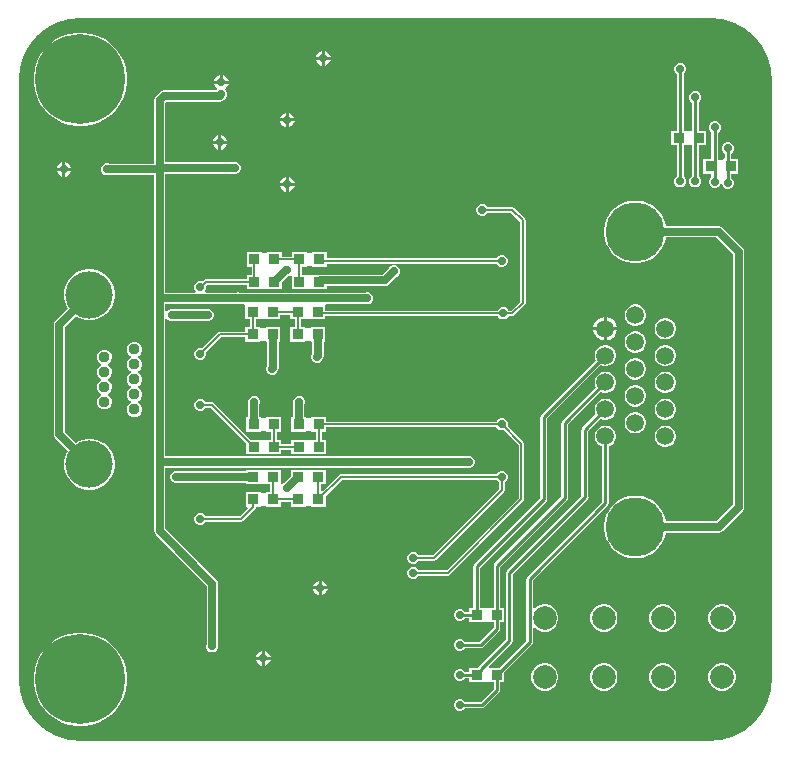
<source format=gbl>
G04*
G04 #@! TF.GenerationSoftware,Altium Limited,Altium Designer,22.9.1 (49)*
G04*
G04 Layer_Physical_Order=2*
G04 Layer_Color=16711680*
%FSLAX25Y25*%
%MOIN*%
G70*
G04*
G04 #@! TF.SameCoordinates,30CEAF04-E3BD-4145-9B8D-8DB9266C66AB*
G04*
G04*
G04 #@! TF.FilePolarity,Positive*
G04*
G01*
G75*
%ADD12C,0.01000*%
%ADD31R,0.03740X0.03740*%
%ADD38C,0.00600*%
%ADD40C,0.02500*%
%ADD41C,0.05906*%
%ADD42C,0.19685*%
%ADD43C,0.03740*%
%ADD44C,0.15748*%
%ADD45C,0.07874*%
%ADD46C,0.30000*%
%ADD47C,0.03000*%
%ADD48C,0.02800*%
G36*
X333910Y239658D02*
X336443Y238979D01*
X338865Y237976D01*
X341135Y236665D01*
X343215Y235069D01*
X345069Y233215D01*
X346665Y231135D01*
X347976Y228865D01*
X348979Y226443D01*
X349658Y223910D01*
X350000Y221311D01*
X350000Y220000D01*
X350000Y220000D01*
X350000Y220000D01*
X350000Y20000D01*
X350000Y18689D01*
X349658Y16090D01*
X348979Y13557D01*
X347976Y11135D01*
X346665Y8865D01*
X345069Y6785D01*
X343215Y4931D01*
X341135Y3335D01*
X338865Y2024D01*
X336442Y1021D01*
X333910Y342D01*
X331311Y0D01*
X118689D01*
X116090Y342D01*
X113557Y1021D01*
X111135Y2024D01*
X108865Y3335D01*
X106785Y4931D01*
X104931Y6785D01*
X103335Y8865D01*
X102024Y11135D01*
X101021Y13557D01*
X100342Y16090D01*
X100000Y18689D01*
Y20000D01*
X100000Y20000D01*
X100000Y220000D01*
X100000Y221311D01*
X100342Y223910D01*
X101021Y226443D01*
X102024Y228865D01*
X103335Y231135D01*
X104931Y233215D01*
X106785Y235069D01*
X108865Y236665D01*
X111135Y237976D01*
X113557Y238979D01*
X116090Y239658D01*
X118689Y240000D01*
X120000Y240000D01*
X120000Y240000D01*
X330000Y240000D01*
X331311Y240000D01*
X333910Y239658D01*
D02*
G37*
%LPC*%
G36*
X201500Y229391D02*
Y227500D01*
X203391D01*
X203035Y228360D01*
X202360Y229035D01*
X201500Y229391D01*
D02*
G37*
G36*
X200500D02*
X199641Y229035D01*
X198965Y228360D01*
X198609Y227500D01*
X200500D01*
Y229391D01*
D02*
G37*
G36*
X203391Y226500D02*
X201500D01*
Y224609D01*
X202360Y224965D01*
X203035Y225641D01*
X203391Y226500D01*
D02*
G37*
G36*
X200500D02*
X198609D01*
X198965Y225641D01*
X199641Y224965D01*
X200500Y224609D01*
Y226500D01*
D02*
G37*
G36*
X167500Y221391D02*
Y219500D01*
X169391D01*
X169035Y220359D01*
X168359Y221035D01*
X167500Y221391D01*
D02*
G37*
G36*
X166500D02*
X165640Y221035D01*
X164965Y220359D01*
X164609Y219500D01*
X166500D01*
Y221391D01*
D02*
G37*
G36*
X189500Y208891D02*
Y207000D01*
X191391D01*
X191035Y207859D01*
X190359Y208535D01*
X189500Y208891D01*
D02*
G37*
G36*
X188500D02*
X187641Y208535D01*
X186965Y207859D01*
X186609Y207000D01*
X188500D01*
Y208891D01*
D02*
G37*
G36*
X121228Y235600D02*
X118772D01*
X116347Y235216D01*
X114012Y234457D01*
X111824Y233342D01*
X109837Y231899D01*
X108101Y230163D01*
X106658Y228176D01*
X105543Y225988D01*
X104784Y223653D01*
X104400Y221228D01*
Y218772D01*
X104784Y216347D01*
X105543Y214012D01*
X106658Y211824D01*
X108101Y209837D01*
X109837Y208101D01*
X111824Y206658D01*
X114012Y205543D01*
X116347Y204784D01*
X118772Y204400D01*
X121228D01*
X123653Y204784D01*
X125988Y205543D01*
X128176Y206658D01*
X130163Y208101D01*
X131899Y209837D01*
X133342Y211824D01*
X134457Y214012D01*
X135216Y216347D01*
X135600Y218772D01*
Y221228D01*
X135216Y223653D01*
X134457Y225988D01*
X133342Y228176D01*
X131899Y230163D01*
X130163Y231899D01*
X128176Y233342D01*
X125988Y234457D01*
X123653Y235216D01*
X121228Y235600D01*
D02*
G37*
G36*
X191391Y206000D02*
X189500D01*
Y204109D01*
X190359Y204465D01*
X191035Y205140D01*
X191391Y206000D01*
D02*
G37*
G36*
X188500D02*
X186609D01*
X186965Y205140D01*
X187641Y204465D01*
X188500Y204109D01*
Y206000D01*
D02*
G37*
G36*
X167000Y201391D02*
Y199500D01*
X168891D01*
X168535Y200360D01*
X167859Y201035D01*
X167000Y201391D01*
D02*
G37*
G36*
X166000D02*
X165140Y201035D01*
X164465Y200360D01*
X164109Y199500D01*
X166000D01*
Y201391D01*
D02*
G37*
G36*
X168891Y198500D02*
X167000D01*
Y196609D01*
X167859Y196965D01*
X168535Y197641D01*
X168891Y198500D01*
D02*
G37*
G36*
X166000D02*
X164109D01*
X164465Y197641D01*
X165140Y196965D01*
X166000Y196609D01*
Y198500D01*
D02*
G37*
G36*
X169391Y218500D02*
X164609D01*
X164965Y217640D01*
X165562Y217044D01*
X165640Y216955D01*
X165609Y216437D01*
X165558Y216386D01*
X147965D01*
X147243Y216243D01*
X146631Y215834D01*
X145166Y214369D01*
X144757Y213757D01*
X144614Y213035D01*
Y191886D01*
X129673D01*
X129398Y192000D01*
X128602D01*
X127867Y191695D01*
X127304Y191133D01*
X127000Y190398D01*
Y189602D01*
X127304Y188867D01*
X127867Y188304D01*
X128602Y188000D01*
X129398D01*
X129673Y188114D01*
X144614D01*
Y147000D01*
Y92500D01*
Y69419D01*
X144757Y68697D01*
X145166Y68085D01*
X162114Y51138D01*
Y31672D01*
X162000Y31398D01*
Y30602D01*
X162304Y29867D01*
X162867Y29305D01*
X163602Y29000D01*
X164398D01*
X165133Y29305D01*
X165696Y29867D01*
X166000Y30602D01*
Y31398D01*
X165886Y31672D01*
Y51246D01*
X166000Y51521D01*
Y52317D01*
X165696Y53052D01*
X165133Y53614D01*
X164858Y53728D01*
X148386Y70200D01*
Y90614D01*
X207328D01*
X207602Y90500D01*
X208398D01*
X208672Y90614D01*
X248828D01*
X249102Y90500D01*
X249898D01*
X250633Y90804D01*
X251196Y91367D01*
X251500Y92102D01*
Y92898D01*
X251196Y93633D01*
X250633Y94195D01*
X249898Y94500D01*
X249102D01*
X248828Y94386D01*
X208672D01*
X208398Y94500D01*
X207602D01*
X207328Y94386D01*
X148386D01*
Y140132D01*
X148500Y140196D01*
X148886Y140285D01*
X149367Y139804D01*
X150102Y139500D01*
X150898D01*
X151172Y139614D01*
X161828D01*
X162102Y139500D01*
X162898D01*
X163633Y139804D01*
X164196Y140367D01*
X164500Y141102D01*
Y141898D01*
X164196Y142633D01*
X163633Y143195D01*
X162898Y143500D01*
X162102D01*
X161828Y143386D01*
X151172D01*
X150898Y143500D01*
X150102D01*
X149367Y143195D01*
X148886Y142715D01*
X148500Y142804D01*
X148386Y142868D01*
Y145114D01*
X171827D01*
X172102Y145000D01*
X172898D01*
X173172Y145114D01*
X174589D01*
X175030Y144970D01*
X175030Y144614D01*
Y140030D01*
X176582D01*
Y137470D01*
X175030D01*
Y135918D01*
X166500D01*
X166149Y135848D01*
X165851Y135649D01*
X160613Y130411D01*
X160398Y130500D01*
X159602D01*
X158867Y130195D01*
X158305Y129633D01*
X158000Y128898D01*
Y128102D01*
X158305Y127367D01*
X158867Y126804D01*
X159602Y126500D01*
X160398D01*
X161133Y126804D01*
X161696Y127367D01*
X162000Y128102D01*
Y128898D01*
X161911Y129113D01*
X166880Y134082D01*
X175030D01*
Y132530D01*
X179970D01*
Y132716D01*
X180059Y132776D01*
X181634D01*
X181723Y132716D01*
Y132530D01*
X182307D01*
Y124635D01*
X182305Y124633D01*
X182000Y123898D01*
Y123102D01*
X182305Y122367D01*
X182867Y121804D01*
X183602Y121500D01*
X184398D01*
X185133Y121804D01*
X185696Y122367D01*
X186000Y123102D01*
Y123376D01*
X186079Y123774D01*
Y132530D01*
X186663D01*
Y137470D01*
X181723D01*
Y137284D01*
X181634Y137224D01*
X180059D01*
X179970Y137284D01*
Y137470D01*
X178418D01*
Y140030D01*
X179970D01*
Y140216D01*
X180059Y140276D01*
X181634D01*
X181723Y140216D01*
Y140030D01*
X186663D01*
Y141582D01*
X190030D01*
Y140030D01*
X191582D01*
Y137470D01*
X190030D01*
Y132530D01*
X194970D01*
Y132716D01*
X195059Y132776D01*
X196634D01*
X196723Y132716D01*
Y132530D01*
X197307D01*
Y128635D01*
X197304Y128633D01*
X197000Y127898D01*
Y127102D01*
X197304Y126367D01*
X197867Y125804D01*
X198602Y125500D01*
X199398D01*
X200133Y125804D01*
X200695Y126367D01*
X201000Y127102D01*
Y127376D01*
X201079Y127774D01*
Y132530D01*
X201663D01*
Y137470D01*
X196723D01*
Y137284D01*
X196634Y137224D01*
X195059D01*
X194970Y137284D01*
Y137470D01*
X193418D01*
Y140030D01*
X194970D01*
Y140216D01*
X195059Y140276D01*
X196634D01*
X196723Y140216D01*
Y140030D01*
X201663D01*
Y141082D01*
X259215D01*
X259304Y140867D01*
X259867Y140305D01*
X260602Y140000D01*
X261398D01*
X262133Y140305D01*
X262696Y140867D01*
X262785Y141082D01*
X264000D01*
X264351Y141152D01*
X264649Y141351D01*
X268149Y144851D01*
X268348Y145149D01*
X268418Y145500D01*
Y173000D01*
X268348Y173351D01*
X268149Y173649D01*
X264649Y177149D01*
X264351Y177348D01*
X264000Y177418D01*
X255785D01*
X255696Y177633D01*
X255133Y178196D01*
X254398Y178500D01*
X253602D01*
X252867Y178196D01*
X252305Y177633D01*
X252000Y176898D01*
Y176102D01*
X252305Y175367D01*
X252867Y174804D01*
X253602Y174500D01*
X254398D01*
X255133Y174804D01*
X255696Y175367D01*
X255785Y175582D01*
X263620D01*
X266582Y172620D01*
Y145880D01*
X263620Y142918D01*
X262785D01*
X262696Y143133D01*
X262133Y143695D01*
X261398Y144000D01*
X260602D01*
X259867Y143695D01*
X259304Y143133D01*
X259215Y142918D01*
X201663D01*
X201663Y144970D01*
X202103Y145114D01*
X214827D01*
X215102Y145000D01*
X215898D01*
X216633Y145305D01*
X217196Y145867D01*
X217500Y146602D01*
Y147398D01*
X217196Y148133D01*
X216633Y148696D01*
X215898Y149000D01*
X215102D01*
X214827Y148886D01*
X173172D01*
X172898Y149000D01*
X172102D01*
X171827Y148886D01*
X161772D01*
X161565Y149386D01*
X161696Y149517D01*
X162000Y150252D01*
Y151048D01*
X161935Y151205D01*
X162245Y151582D01*
X175530D01*
Y150030D01*
X180470D01*
Y150216D01*
X180559Y150276D01*
X182134D01*
X182223Y150216D01*
Y150030D01*
X187163D01*
Y152303D01*
X189360Y154500D01*
X189398D01*
X190030Y154762D01*
X190378Y154613D01*
X190530Y154494D01*
Y150030D01*
X195470D01*
Y150216D01*
X195559Y150276D01*
X197134D01*
X197223Y150216D01*
Y150030D01*
X202163D01*
Y151114D01*
X221500D01*
X222222Y151257D01*
X222834Y151666D01*
X225358Y154191D01*
X225633Y154305D01*
X226196Y154867D01*
X226500Y155602D01*
Y156398D01*
X226196Y157133D01*
X225633Y157695D01*
X224898Y158000D01*
X224102D01*
X223367Y157695D01*
X222804Y157133D01*
X222691Y156858D01*
X220719Y154886D01*
X202163D01*
Y154970D01*
X197223D01*
Y154784D01*
X197134Y154724D01*
X195559D01*
X195470Y154784D01*
Y154970D01*
X193918D01*
Y157530D01*
X195470D01*
Y157716D01*
X195559Y157776D01*
X197134D01*
X197223Y157716D01*
Y157530D01*
X202163D01*
Y158582D01*
X258715D01*
X258804Y158367D01*
X259367Y157805D01*
X260102Y157500D01*
X260898D01*
X261633Y157805D01*
X262195Y158367D01*
X262500Y159102D01*
Y159898D01*
X262195Y160633D01*
X261633Y161196D01*
X260898Y161500D01*
X260102D01*
X259367Y161196D01*
X258804Y160633D01*
X258715Y160418D01*
X202163D01*
Y162470D01*
X197223D01*
Y162284D01*
X197134Y162224D01*
X195559D01*
X195470Y162284D01*
Y162470D01*
X190530D01*
Y160918D01*
X187163D01*
Y162470D01*
X182223D01*
Y162284D01*
X182134Y162224D01*
X180559D01*
X180470Y162284D01*
Y162470D01*
X175530D01*
Y157530D01*
X177082D01*
Y154970D01*
X175530D01*
Y153418D01*
X161850D01*
X161499Y153348D01*
X161201Y153149D01*
X160613Y152561D01*
X160398Y152650D01*
X159602D01*
X158867Y152346D01*
X158305Y151783D01*
X158000Y151048D01*
Y150252D01*
X158305Y149517D01*
X158435Y149386D01*
X158228Y148886D01*
X148386D01*
Y188614D01*
X170827D01*
X171102Y188500D01*
X171898D01*
X172633Y188804D01*
X173196Y189367D01*
X173500Y190102D01*
Y190898D01*
X173196Y191633D01*
X172633Y192195D01*
X171898Y192500D01*
X171102D01*
X170827Y192386D01*
X148386D01*
Y212254D01*
X148746Y212614D01*
X166419D01*
X167141Y212757D01*
X167677Y213116D01*
X168133Y213304D01*
X168695Y213867D01*
X169000Y214602D01*
Y215398D01*
X168695Y216133D01*
X168391Y216437D01*
X168360Y216955D01*
X168438Y217044D01*
X169035Y217640D01*
X169391Y218500D01*
D02*
G37*
G36*
X115000Y192391D02*
Y190500D01*
X116891D01*
X116535Y191359D01*
X115859Y192035D01*
X115000Y192391D01*
D02*
G37*
G36*
X114000D02*
X113140Y192035D01*
X112465Y191359D01*
X112109Y190500D01*
X114000D01*
Y192391D01*
D02*
G37*
G36*
X116891Y189500D02*
X115000D01*
Y187609D01*
X115859Y187965D01*
X116535Y188640D01*
X116891Y189500D01*
D02*
G37*
G36*
X114000D02*
X112109D01*
X112465Y188640D01*
X113140Y187965D01*
X114000Y187609D01*
Y189500D01*
D02*
G37*
G36*
X189500Y187391D02*
Y185500D01*
X191391D01*
X191035Y186360D01*
X190359Y187035D01*
X189500Y187391D01*
D02*
G37*
G36*
X188500D02*
X187641Y187035D01*
X186965Y186360D01*
X186609Y185500D01*
X188500D01*
Y187391D01*
D02*
G37*
G36*
X320398Y225500D02*
X319602D01*
X318867Y225196D01*
X318304Y224633D01*
X318000Y223898D01*
Y223102D01*
X318304Y222367D01*
X318867Y221804D01*
X318879Y221800D01*
Y202970D01*
X317030D01*
Y198030D01*
X318879D01*
Y187700D01*
X318867Y187696D01*
X318304Y187133D01*
X318000Y186398D01*
Y185602D01*
X318304Y184867D01*
X318867Y184304D01*
X319602Y184000D01*
X320398D01*
X321133Y184304D01*
X321695Y184867D01*
X322000Y185602D01*
Y186398D01*
X321695Y187133D01*
X321133Y187696D01*
X321122Y187700D01*
Y198030D01*
X321970D01*
Y198030D01*
X322446Y198276D01*
X323634D01*
X323723Y198116D01*
Y198030D01*
X323771D01*
X323879Y197836D01*
Y187700D01*
X323867Y187696D01*
X323305Y187133D01*
X323000Y186398D01*
Y185602D01*
X323305Y184867D01*
X323867Y184304D01*
X324602Y184000D01*
X325398D01*
X326133Y184304D01*
X326695Y184867D01*
X327000Y185602D01*
Y186398D01*
X326695Y187133D01*
X326133Y187696D01*
X326121Y187700D01*
Y198030D01*
X328663D01*
Y202970D01*
X326121D01*
Y212300D01*
X326133Y212304D01*
X326695Y212867D01*
X327000Y213602D01*
Y214398D01*
X326695Y215133D01*
X326133Y215696D01*
X325398Y216000D01*
X324602D01*
X323867Y215696D01*
X323305Y215133D01*
X323000Y214398D01*
Y213602D01*
X323305Y212867D01*
X323867Y212304D01*
X323879Y212300D01*
Y203164D01*
X323771Y202970D01*
X323723D01*
Y202884D01*
X323634Y202724D01*
X322059D01*
X321970Y202784D01*
Y202970D01*
X321122D01*
Y221800D01*
X321133Y221804D01*
X321695Y222367D01*
X322000Y223102D01*
Y223898D01*
X321695Y224633D01*
X321133Y225196D01*
X320398Y225500D01*
D02*
G37*
G36*
X331898Y206000D02*
X331102D01*
X330367Y205696D01*
X329804Y205133D01*
X329500Y204398D01*
Y203602D01*
X329804Y202867D01*
X330367Y202305D01*
X330379Y202300D01*
Y193470D01*
X327683D01*
Y188530D01*
X330379D01*
Y187482D01*
X330367Y187478D01*
X329804Y186915D01*
X329500Y186180D01*
Y185384D01*
X329804Y184649D01*
X330367Y184087D01*
X331102Y183782D01*
X331898D01*
X332633Y184087D01*
X333195Y184649D01*
X333365Y185058D01*
X333544Y185074D01*
X333885Y185008D01*
X334151Y184367D01*
X334714Y183805D01*
X335449Y183500D01*
X336244D01*
X336979Y183805D01*
X337542Y184367D01*
X337846Y185102D01*
Y185898D01*
X337542Y186633D01*
X336979Y187196D01*
X336968Y187200D01*
Y188530D01*
X339317D01*
Y193470D01*
X336968D01*
Y195300D01*
X336979Y195305D01*
X337542Y195867D01*
X337846Y196602D01*
Y197398D01*
X337542Y198133D01*
X336979Y198696D01*
X336244Y199000D01*
X335449D01*
X334714Y198696D01*
X334151Y198133D01*
X333846Y197398D01*
Y196602D01*
X334151Y195867D01*
X334714Y195305D01*
X334725Y195300D01*
Y193826D01*
X334376Y193470D01*
Y193470D01*
X333901Y193224D01*
X332713D01*
X332622Y193686D01*
Y202300D01*
X332633Y202305D01*
X333195Y202867D01*
X333500Y203602D01*
Y204398D01*
X333195Y205133D01*
X332633Y205696D01*
X331898Y206000D01*
D02*
G37*
G36*
X191391Y184500D02*
X189500D01*
Y182609D01*
X190359Y182965D01*
X191035Y183641D01*
X191391Y184500D01*
D02*
G37*
G36*
X188500D02*
X186609D01*
X186965Y183641D01*
X187641Y182965D01*
X188500Y182609D01*
Y184500D01*
D02*
G37*
G36*
X123835Y156722D02*
X122165D01*
X120528Y156396D01*
X118986Y155758D01*
X117598Y154830D01*
X116418Y153650D01*
X115490Y152262D01*
X114852Y150720D01*
X114526Y149083D01*
Y147413D01*
X114852Y145776D01*
X115490Y144234D01*
X115822Y143738D01*
X111666Y139582D01*
X111257Y138970D01*
X111114Y138248D01*
Y101752D01*
X111257Y101030D01*
X111666Y100418D01*
X115822Y96262D01*
X115490Y95766D01*
X114852Y94224D01*
X114526Y92587D01*
Y90917D01*
X114852Y89280D01*
X115490Y87738D01*
X116418Y86350D01*
X117598Y85170D01*
X118986Y84242D01*
X120528Y83604D01*
X122165Y83278D01*
X123835D01*
X125472Y83604D01*
X127014Y84242D01*
X128402Y85170D01*
X129582Y86350D01*
X130510Y87738D01*
X131148Y89280D01*
X131474Y90917D01*
Y92587D01*
X131148Y94224D01*
X130510Y95766D01*
X129582Y97154D01*
X128402Y98334D01*
X127014Y99261D01*
X125472Y99900D01*
X123835Y100226D01*
X122165D01*
X120528Y99900D01*
X118986Y99261D01*
X118490Y98930D01*
X114886Y102533D01*
Y137467D01*
X118490Y141070D01*
X118986Y140738D01*
X120528Y140100D01*
X122165Y139774D01*
X123835D01*
X125472Y140100D01*
X127014Y140738D01*
X128402Y141666D01*
X129582Y142846D01*
X130510Y144234D01*
X131148Y145776D01*
X131474Y147413D01*
Y149083D01*
X131148Y150720D01*
X130510Y152262D01*
X129582Y153650D01*
X128402Y154830D01*
X127014Y155758D01*
X125472Y156396D01*
X123835Y156722D01*
D02*
G37*
G36*
X305468Y144990D02*
X304532D01*
X303629Y144748D01*
X302819Y144280D01*
X302157Y143619D01*
X301689Y142808D01*
X301447Y141905D01*
Y140969D01*
X301689Y140066D01*
X302157Y139256D01*
X302819Y138594D01*
X303629Y138126D01*
X304532Y137884D01*
X305468D01*
X306371Y138126D01*
X307181Y138594D01*
X307843Y139256D01*
X308311Y140066D01*
X308553Y140969D01*
Y141905D01*
X308311Y142808D01*
X307843Y143619D01*
X307181Y144280D01*
X306371Y144748D01*
X305468Y144990D01*
D02*
G37*
G36*
X295520Y140902D02*
X295500D01*
Y137449D01*
X298953D01*
Y137469D01*
X298683Y138475D01*
X298163Y139376D01*
X297427Y140112D01*
X296526Y140632D01*
X295520Y140902D01*
D02*
G37*
G36*
X294500D02*
X294480D01*
X293474Y140632D01*
X292573Y140112D01*
X291837Y139376D01*
X291317Y138475D01*
X291047Y137469D01*
Y137449D01*
X294500D01*
Y140902D01*
D02*
G37*
G36*
X315468Y140502D02*
X314532D01*
X313629Y140260D01*
X312819Y139792D01*
X312157Y139130D01*
X311689Y138320D01*
X311447Y137417D01*
Y136481D01*
X311689Y135577D01*
X312157Y134767D01*
X312819Y134106D01*
X313629Y133638D01*
X314532Y133396D01*
X315468D01*
X316371Y133638D01*
X317181Y134106D01*
X317843Y134767D01*
X318311Y135577D01*
X318553Y136481D01*
Y137417D01*
X318311Y138320D01*
X317843Y139130D01*
X317181Y139792D01*
X316371Y140260D01*
X315468Y140502D01*
D02*
G37*
G36*
X298953Y136449D02*
X295500D01*
Y132996D01*
X295520D01*
X296526Y133265D01*
X297427Y133786D01*
X298163Y134522D01*
X298683Y135423D01*
X298953Y136428D01*
Y136449D01*
D02*
G37*
G36*
X294500D02*
X291047D01*
Y136428D01*
X291317Y135423D01*
X291837Y134522D01*
X292573Y133786D01*
X293474Y133265D01*
X294480Y132996D01*
X294500D01*
Y136449D01*
D02*
G37*
G36*
X305468Y136013D02*
X304532D01*
X303629Y135771D01*
X302819Y135303D01*
X302157Y134642D01*
X301689Y133832D01*
X301447Y132928D01*
Y131993D01*
X301689Y131089D01*
X302157Y130279D01*
X302819Y129618D01*
X303629Y129150D01*
X304532Y128908D01*
X305468D01*
X306371Y129150D01*
X307181Y129618D01*
X307843Y130279D01*
X308311Y131089D01*
X308553Y131993D01*
Y132928D01*
X308311Y133832D01*
X307843Y134642D01*
X307181Y135303D01*
X306371Y135771D01*
X305468Y136013D01*
D02*
G37*
G36*
X315468Y131525D02*
X314532D01*
X313629Y131283D01*
X312819Y130815D01*
X312157Y130154D01*
X311689Y129344D01*
X311447Y128440D01*
Y127505D01*
X311689Y126601D01*
X312157Y125791D01*
X312819Y125129D01*
X313629Y124662D01*
X314532Y124420D01*
X315468D01*
X316371Y124662D01*
X317181Y125129D01*
X317843Y125791D01*
X318311Y126601D01*
X318553Y127505D01*
Y128440D01*
X318311Y129344D01*
X317843Y130154D01*
X317181Y130815D01*
X316371Y131283D01*
X315468Y131525D01*
D02*
G37*
G36*
X295468D02*
X294532D01*
X293629Y131283D01*
X292819Y130815D01*
X292157Y130154D01*
X291689Y129344D01*
X291447Y128440D01*
Y127505D01*
X291689Y126601D01*
X291819Y126377D01*
X273707Y108265D01*
X273464Y107902D01*
X273378Y107472D01*
X273378Y107472D01*
Y80465D01*
X251361Y58447D01*
X251117Y58083D01*
X251032Y57653D01*
X251032Y57653D01*
Y43970D01*
X249683D01*
Y42622D01*
X248200D01*
X248196Y42633D01*
X247633Y43196D01*
X246898Y43500D01*
X246102D01*
X245367Y43196D01*
X244805Y42633D01*
X244500Y41898D01*
Y41102D01*
X244805Y40367D01*
X245367Y39805D01*
X246102Y39500D01*
X246898D01*
X247633Y39805D01*
X248196Y40367D01*
X248200Y40378D01*
X249683D01*
Y39030D01*
X254624D01*
Y39216D01*
X254713Y39276D01*
X256287D01*
X256376Y39216D01*
Y39030D01*
X257725D01*
Y37398D01*
X252948Y32622D01*
X248200D01*
X248196Y32633D01*
X247633Y33195D01*
X246898Y33500D01*
X246102D01*
X245367Y33195D01*
X244805Y32633D01*
X244500Y31898D01*
Y31102D01*
X244805Y30367D01*
X245367Y29805D01*
X246102Y29500D01*
X246898D01*
X247633Y29805D01*
X248196Y30367D01*
X248200Y30378D01*
X253413D01*
X253413Y30378D01*
X253842Y30464D01*
X254206Y30707D01*
X259640Y36141D01*
X259640Y36141D01*
X259883Y36505D01*
X259968Y36934D01*
X259968Y36934D01*
Y39030D01*
X261316D01*
Y43970D01*
X259968D01*
Y57487D01*
X282293Y79812D01*
X282293Y79812D01*
X282536Y80176D01*
X282622Y80605D01*
Y105032D01*
X293405Y115815D01*
X293629Y115685D01*
X294532Y115443D01*
X295468D01*
X296371Y115685D01*
X297181Y116153D01*
X297843Y116815D01*
X298311Y117625D01*
X298553Y118528D01*
Y119464D01*
X298311Y120367D01*
X297843Y121177D01*
X297181Y121839D01*
X296371Y122307D01*
X295468Y122549D01*
X294532D01*
X293629Y122307D01*
X292819Y121839D01*
X292157Y121177D01*
X291689Y120367D01*
X291447Y119464D01*
Y118528D01*
X291689Y117625D01*
X291819Y117401D01*
X280707Y106289D01*
X280464Y105925D01*
X280378Y105496D01*
X280379Y105496D01*
Y81070D01*
X258053Y58745D01*
X257810Y58381D01*
X257725Y57952D01*
X257725Y57952D01*
Y43970D01*
X256376D01*
Y43784D01*
X256287Y43724D01*
X254713D01*
X254624Y43784D01*
Y43970D01*
X253275D01*
Y57189D01*
X275293Y79207D01*
X275293Y79207D01*
X275536Y79571D01*
X275622Y80000D01*
X275622Y80000D01*
Y107008D01*
X293405Y124791D01*
X293629Y124662D01*
X294532Y124420D01*
X295468D01*
X296371Y124662D01*
X297181Y125129D01*
X297843Y125791D01*
X298311Y126601D01*
X298553Y127505D01*
Y128440D01*
X298311Y129344D01*
X297843Y130154D01*
X297181Y130815D01*
X296371Y131283D01*
X295468Y131525D01*
D02*
G37*
G36*
X305468Y127037D02*
X304532D01*
X303629Y126795D01*
X302819Y126327D01*
X302157Y125666D01*
X301689Y124856D01*
X301447Y123952D01*
Y123017D01*
X301689Y122113D01*
X302157Y121303D01*
X302819Y120641D01*
X303629Y120174D01*
X304532Y119931D01*
X305468D01*
X306371Y120174D01*
X307181Y120641D01*
X307843Y121303D01*
X308311Y122113D01*
X308553Y123017D01*
Y123952D01*
X308311Y124856D01*
X307843Y125666D01*
X307181Y126327D01*
X306371Y126795D01*
X305468Y127037D01*
D02*
G37*
G36*
X315468Y122549D02*
X314532D01*
X313629Y122307D01*
X312819Y121839D01*
X312157Y121177D01*
X311689Y120367D01*
X311447Y119464D01*
Y118528D01*
X311689Y117625D01*
X312157Y116815D01*
X312819Y116153D01*
X313629Y115685D01*
X314532Y115443D01*
X315468D01*
X316371Y115685D01*
X317181Y116153D01*
X317843Y116815D01*
X318311Y117625D01*
X318553Y118528D01*
Y119464D01*
X318311Y120367D01*
X317843Y121177D01*
X317181Y121839D01*
X316371Y122307D01*
X315468Y122549D01*
D02*
G37*
G36*
X305468Y118061D02*
X304532D01*
X303629Y117818D01*
X302819Y117351D01*
X302157Y116689D01*
X301689Y115879D01*
X301447Y114976D01*
Y114040D01*
X301689Y113137D01*
X302157Y112326D01*
X302819Y111665D01*
X303629Y111197D01*
X304532Y110955D01*
X305468D01*
X306371Y111197D01*
X307181Y111665D01*
X307843Y112326D01*
X308311Y113137D01*
X308553Y114040D01*
Y114976D01*
X308311Y115879D01*
X307843Y116689D01*
X307181Y117351D01*
X306371Y117818D01*
X305468Y118061D01*
D02*
G37*
G36*
X128491Y129970D02*
X127509D01*
X126601Y129594D01*
X125906Y128899D01*
X125530Y127991D01*
Y127009D01*
X125906Y126101D01*
X126601Y125406D01*
X126928Y125271D01*
Y124729D01*
X126601Y124594D01*
X125906Y123899D01*
X125530Y122991D01*
Y122009D01*
X125906Y121101D01*
X126601Y120406D01*
X126928Y120271D01*
Y119729D01*
X126601Y119594D01*
X125906Y118899D01*
X125530Y117991D01*
Y117009D01*
X125906Y116101D01*
X126601Y115406D01*
X126928Y115271D01*
Y114729D01*
X126601Y114594D01*
X125906Y113899D01*
X125530Y112991D01*
Y112009D01*
X125906Y111101D01*
X126601Y110406D01*
X127509Y110030D01*
X128491D01*
X129399Y110406D01*
X130094Y111101D01*
X130470Y112009D01*
Y112991D01*
X130094Y113899D01*
X129399Y114594D01*
X129072Y114729D01*
Y115271D01*
X129399Y115406D01*
X130094Y116101D01*
X130470Y117009D01*
Y117991D01*
X130094Y118899D01*
X129399Y119594D01*
X129072Y119729D01*
Y120271D01*
X129399Y120406D01*
X130094Y121101D01*
X130470Y122009D01*
Y122991D01*
X130094Y123899D01*
X129399Y124594D01*
X129072Y124729D01*
Y125271D01*
X129399Y125406D01*
X130094Y126101D01*
X130470Y127009D01*
Y127991D01*
X130094Y128899D01*
X129399Y129594D01*
X128491Y129970D01*
D02*
G37*
G36*
X138491Y132470D02*
X137509D01*
X136601Y132094D01*
X135906Y131399D01*
X135530Y130491D01*
Y129509D01*
X135906Y128601D01*
X136601Y127906D01*
X136928Y127771D01*
Y127229D01*
X136601Y127094D01*
X135906Y126399D01*
X135530Y125491D01*
Y124509D01*
X135906Y123601D01*
X136601Y122906D01*
X136928Y122771D01*
Y122229D01*
X136601Y122094D01*
X135906Y121399D01*
X135530Y120491D01*
Y119509D01*
X135906Y118601D01*
X136601Y117906D01*
X136928Y117771D01*
Y117229D01*
X136601Y117094D01*
X135906Y116399D01*
X135530Y115491D01*
Y114509D01*
X135906Y113601D01*
X136601Y112906D01*
X136928Y112771D01*
Y112229D01*
X136601Y112094D01*
X135906Y111399D01*
X135530Y110491D01*
Y109509D01*
X135906Y108601D01*
X136601Y107906D01*
X137509Y107530D01*
X138491D01*
X139399Y107906D01*
X140094Y108601D01*
X140470Y109509D01*
Y110491D01*
X140094Y111399D01*
X139399Y112094D01*
X139072Y112229D01*
Y112771D01*
X139399Y112906D01*
X140094Y113601D01*
X140470Y114509D01*
Y115491D01*
X140094Y116399D01*
X139399Y117094D01*
X139072Y117229D01*
Y117771D01*
X139399Y117906D01*
X140094Y118601D01*
X140470Y119509D01*
Y120491D01*
X140094Y121399D01*
X139399Y122094D01*
X139072Y122229D01*
Y122771D01*
X139399Y122906D01*
X140094Y123601D01*
X140470Y124509D01*
Y125491D01*
X140094Y126399D01*
X139399Y127094D01*
X139072Y127229D01*
Y127771D01*
X139399Y127906D01*
X140094Y128601D01*
X140470Y129509D01*
Y130491D01*
X140094Y131399D01*
X139399Y132094D01*
X138491Y132470D01*
D02*
G37*
G36*
X315468Y113572D02*
X314532D01*
X313629Y113330D01*
X312819Y112863D01*
X312157Y112201D01*
X311689Y111391D01*
X311447Y110487D01*
Y109552D01*
X311689Y108648D01*
X312157Y107838D01*
X312819Y107177D01*
X313629Y106709D01*
X314532Y106467D01*
X315468D01*
X316371Y106709D01*
X317181Y107177D01*
X317843Y107838D01*
X318311Y108648D01*
X318553Y109552D01*
Y110487D01*
X318311Y111391D01*
X317843Y112201D01*
X317181Y112863D01*
X316371Y113330D01*
X315468Y113572D01*
D02*
G37*
G36*
X295468D02*
X294532D01*
X293629Y113330D01*
X292819Y112863D01*
X292157Y112201D01*
X291689Y111391D01*
X291447Y110487D01*
Y109552D01*
X291689Y108648D01*
X291819Y108424D01*
X287374Y103979D01*
X287130Y103616D01*
X287045Y103186D01*
X287045Y103186D01*
Y81131D01*
X262207Y56293D01*
X261964Y55929D01*
X261878Y55500D01*
X261878Y55500D01*
Y33382D01*
X252819Y24324D01*
X252583Y23970D01*
X249683D01*
Y22622D01*
X248200D01*
X248196Y22633D01*
X247633Y23196D01*
X246898Y23500D01*
X246102D01*
X245367Y23196D01*
X244805Y22633D01*
X244500Y21898D01*
Y21102D01*
X244805Y20367D01*
X245367Y19805D01*
X246102Y19500D01*
X246898D01*
X247633Y19805D01*
X248196Y20367D01*
X248200Y20379D01*
X249683D01*
Y19030D01*
X254624D01*
Y19216D01*
X254713Y19276D01*
X256287D01*
X256376Y19216D01*
Y19030D01*
X257725D01*
Y16893D01*
X253453Y12622D01*
X248200D01*
X248196Y12633D01*
X247633Y13195D01*
X246898Y13500D01*
X246102D01*
X245367Y13195D01*
X244805Y12633D01*
X244500Y11898D01*
Y11102D01*
X244805Y10367D01*
X245367Y9804D01*
X246102Y9500D01*
X246898D01*
X247633Y9804D01*
X248196Y10367D01*
X248200Y10378D01*
X253918D01*
X253918Y10378D01*
X254347Y10464D01*
X254711Y10707D01*
X259640Y15636D01*
X259640Y15636D01*
X259883Y15999D01*
X259968Y16429D01*
X259968Y16429D01*
Y19030D01*
X261316D01*
Y22384D01*
X270571Y31638D01*
X270571Y31638D01*
X270814Y32002D01*
X270900Y32432D01*
X270900Y32432D01*
Y37292D01*
X271399Y37499D01*
X272029Y36869D01*
X273064Y36272D01*
X274218Y35963D01*
X275412D01*
X276566Y36272D01*
X277601Y36869D01*
X278446Y37714D01*
X279043Y38749D01*
X279352Y39903D01*
Y41097D01*
X279043Y42251D01*
X278446Y43286D01*
X277601Y44131D01*
X276566Y44728D01*
X275412Y45037D01*
X274218D01*
X273064Y44728D01*
X272029Y44131D01*
X271399Y43501D01*
X270900Y43708D01*
Y52998D01*
X295793Y77892D01*
X296036Y78255D01*
X296122Y78685D01*
X296122Y78685D01*
Y97666D01*
X296371Y97733D01*
X297181Y98200D01*
X297843Y98862D01*
X298311Y99672D01*
X298553Y100576D01*
Y101511D01*
X298311Y102415D01*
X297843Y103225D01*
X297181Y103886D01*
X296371Y104354D01*
X295468Y104596D01*
X294532D01*
X293629Y104354D01*
X292819Y103886D01*
X292157Y103225D01*
X291689Y102415D01*
X291447Y101511D01*
Y100576D01*
X291689Y99672D01*
X292157Y98862D01*
X292819Y98200D01*
X293629Y97733D01*
X293878Y97666D01*
Y79149D01*
X268985Y54256D01*
X268742Y53892D01*
X268656Y53463D01*
X268656Y53463D01*
Y32896D01*
X259730Y23970D01*
X256376D01*
Y23970D01*
X256350Y23975D01*
X256180Y24512D01*
X263793Y32125D01*
X263793Y32125D01*
X264036Y32489D01*
X264122Y32918D01*
X264122Y32918D01*
Y55035D01*
X289126Y80040D01*
X289370Y80404D01*
X289455Y80833D01*
X289370Y81262D01*
X289288Y81384D01*
Y102722D01*
X293405Y106838D01*
X293629Y106709D01*
X294532Y106467D01*
X295468D01*
X296371Y106709D01*
X297181Y107177D01*
X297843Y107838D01*
X298311Y108648D01*
X298553Y109552D01*
Y110487D01*
X298311Y111391D01*
X297843Y112201D01*
X297181Y112863D01*
X296371Y113330D01*
X295468Y113572D01*
D02*
G37*
G36*
X305468Y109084D02*
X304532D01*
X303629Y108842D01*
X302819Y108374D01*
X302157Y107713D01*
X301689Y106903D01*
X301447Y105999D01*
Y105064D01*
X301689Y104160D01*
X302157Y103350D01*
X302819Y102689D01*
X303629Y102221D01*
X304532Y101979D01*
X305468D01*
X306371Y102221D01*
X307181Y102689D01*
X307843Y103350D01*
X308311Y104160D01*
X308553Y105064D01*
Y105999D01*
X308311Y106903D01*
X307843Y107713D01*
X307181Y108374D01*
X306371Y108842D01*
X305468Y109084D01*
D02*
G37*
G36*
X193398Y114500D02*
X192602D01*
X191867Y114196D01*
X191305Y113633D01*
X191000Y112898D01*
Y112624D01*
X190921Y112226D01*
Y107470D01*
X190337D01*
Y102530D01*
X195277D01*
Y102716D01*
X195366Y102776D01*
X196941D01*
X197030Y102716D01*
Y102530D01*
X198582D01*
Y99970D01*
X197030D01*
Y99784D01*
X196941Y99724D01*
X195366D01*
X195277Y99784D01*
Y99970D01*
X190337D01*
Y98418D01*
X186970D01*
Y99970D01*
X185418D01*
Y102530D01*
X186970D01*
Y107470D01*
X182030D01*
Y107284D01*
X181941Y107224D01*
X180366D01*
X180277Y107284D01*
Y107470D01*
X179693D01*
Y111365D01*
X179695Y111367D01*
X180000Y112102D01*
Y112898D01*
X179695Y113633D01*
X179133Y114196D01*
X178398Y114500D01*
X177602D01*
X176867Y114196D01*
X176304Y113633D01*
X176000Y112898D01*
Y112624D01*
X175921Y112226D01*
Y107470D01*
X175337D01*
Y102530D01*
X180277D01*
Y102716D01*
X180366Y102776D01*
X181941D01*
X182030Y102716D01*
Y102530D01*
X183582D01*
Y99970D01*
X182030D01*
Y99784D01*
X181941Y99724D01*
X180366D01*
X180277Y99784D01*
Y99970D01*
X176635D01*
X164456Y112149D01*
X164158Y112348D01*
X163807Y112418D01*
X161785D01*
X161696Y112633D01*
X161133Y113196D01*
X160398Y113500D01*
X159602D01*
X158867Y113196D01*
X158305Y112633D01*
X158000Y111898D01*
Y111102D01*
X158305Y110367D01*
X158867Y109804D01*
X159602Y109500D01*
X160398D01*
X161133Y109804D01*
X161696Y110367D01*
X161785Y110582D01*
X163427D01*
X175337Y98672D01*
Y95030D01*
X180277D01*
Y95216D01*
X180366Y95276D01*
X181941D01*
X182030Y95216D01*
Y95030D01*
X186970D01*
Y96582D01*
X190337D01*
Y95030D01*
X195277D01*
Y95216D01*
X195366Y95276D01*
X196941D01*
X197030Y95216D01*
Y95030D01*
X201970D01*
Y99970D01*
X200418D01*
Y102530D01*
X201970D01*
Y104082D01*
X258715D01*
X258804Y103867D01*
X259367Y103305D01*
X260102Y103000D01*
X260898D01*
X261113Y103089D01*
X266082Y98120D01*
Y80380D01*
X242120Y56418D01*
X232785D01*
X232696Y56633D01*
X232133Y57196D01*
X231398Y57500D01*
X230602D01*
X229867Y57196D01*
X229305Y56633D01*
X229000Y55898D01*
Y55102D01*
X229305Y54367D01*
X229867Y53804D01*
X230602Y53500D01*
X231398D01*
X232133Y53804D01*
X232696Y54367D01*
X232785Y54582D01*
X242500D01*
X242851Y54652D01*
X243149Y54851D01*
X267649Y79351D01*
X267848Y79649D01*
X267918Y80000D01*
Y98500D01*
X267848Y98851D01*
X267649Y99149D01*
X262411Y104387D01*
X262500Y104602D01*
Y105398D01*
X262195Y106133D01*
X261633Y106695D01*
X260898Y107000D01*
X260102D01*
X259367Y106695D01*
X258804Y106133D01*
X258715Y105918D01*
X201970D01*
Y107470D01*
X197030D01*
Y107284D01*
X196941Y107224D01*
X195366D01*
X195277Y107284D01*
Y107470D01*
X194693D01*
Y111365D01*
X194695Y111367D01*
X195000Y112102D01*
Y112898D01*
X194695Y113633D01*
X194133Y114196D01*
X193398Y114500D01*
D02*
G37*
G36*
X315468Y104596D02*
X314532D01*
X313629Y104354D01*
X312819Y103886D01*
X312157Y103225D01*
X311689Y102415D01*
X311447Y101511D01*
Y100576D01*
X311689Y99672D01*
X312157Y98862D01*
X312819Y98200D01*
X313629Y97733D01*
X314532Y97491D01*
X315468D01*
X316371Y97733D01*
X317181Y98200D01*
X317843Y98862D01*
X318311Y99672D01*
X318553Y100576D01*
Y101511D01*
X318311Y102415D01*
X317843Y103225D01*
X317181Y103886D01*
X316371Y104354D01*
X315468Y104596D01*
D02*
G37*
G36*
X201777Y89970D02*
X196837D01*
Y89784D01*
X196748Y89724D01*
X195173D01*
X195084Y89784D01*
Y89970D01*
X190144D01*
Y87697D01*
X188240Y85793D01*
X187842Y85628D01*
X187348Y85135D01*
X187279Y85066D01*
X187279Y85066D01*
X187267Y85063D01*
X186777Y85160D01*
X186777Y85502D01*
X186777Y85502D01*
X186777Y85508D01*
Y89970D01*
X181837D01*
Y89784D01*
X181748Y89724D01*
X180173D01*
X180084Y89784D01*
Y89970D01*
X175144D01*
Y89386D01*
X152673D01*
X152398Y89500D01*
X151602D01*
X150867Y89196D01*
X150304Y88633D01*
X150000Y87898D01*
Y87102D01*
X150304Y86367D01*
X150867Y85804D01*
X151602Y85500D01*
X152398D01*
X152673Y85614D01*
X175144D01*
Y85030D01*
X180084D01*
Y85216D01*
X180173Y85276D01*
X181748D01*
X181837Y85216D01*
Y85030D01*
X183389D01*
Y82470D01*
X181837D01*
Y82284D01*
X181748Y82224D01*
X180173D01*
X180084Y82284D01*
Y82470D01*
X175144D01*
Y77530D01*
X175579D01*
X175770Y77068D01*
X173120Y74418D01*
X161785D01*
X161696Y74633D01*
X161133Y75195D01*
X160398Y75500D01*
X159602D01*
X158867Y75195D01*
X158305Y74633D01*
X158000Y73898D01*
Y73102D01*
X158305Y72367D01*
X158867Y71804D01*
X159602Y71500D01*
X160398D01*
X161133Y71804D01*
X161696Y72367D01*
X161785Y72582D01*
X173500D01*
X173851Y72652D01*
X174149Y72851D01*
X178230Y76933D01*
X178429Y77230D01*
X178489Y77530D01*
X180084D01*
Y77716D01*
X180173Y77776D01*
X181748D01*
X181837Y77716D01*
Y77530D01*
X186777D01*
Y79082D01*
X190144D01*
Y77530D01*
X195084D01*
Y77716D01*
X195173Y77776D01*
X196748D01*
X196837Y77716D01*
Y77530D01*
X201777D01*
Y81172D01*
X207187Y86582D01*
X258715D01*
X258804Y86367D01*
X259367Y85804D01*
X259582Y85715D01*
Y83380D01*
X237620Y61418D01*
X232785D01*
X232696Y61633D01*
X232133Y62195D01*
X231398Y62500D01*
X230602D01*
X229867Y62195D01*
X229305Y61633D01*
X229000Y60898D01*
Y60102D01*
X229305Y59367D01*
X229867Y58805D01*
X230602Y58500D01*
X231398D01*
X232133Y58805D01*
X232696Y59367D01*
X232785Y59582D01*
X238000D01*
X238351Y59652D01*
X238649Y59851D01*
X261149Y82351D01*
X261348Y82649D01*
X261418Y83000D01*
Y85715D01*
X261633Y85804D01*
X262195Y86367D01*
X262500Y87102D01*
Y87898D01*
X262195Y88633D01*
X261633Y89196D01*
X260898Y89500D01*
X260102D01*
X259367Y89196D01*
X258804Y88633D01*
X258715Y88418D01*
X206807D01*
X206456Y88348D01*
X206158Y88149D01*
X200725Y82715D01*
X200225Y82923D01*
Y85030D01*
X201777D01*
Y89970D01*
D02*
G37*
G36*
X305822Y179635D02*
X304178D01*
X302555Y179378D01*
X300992Y178870D01*
X299527Y178124D01*
X298197Y177158D01*
X297035Y175996D01*
X296069Y174666D01*
X295322Y173202D01*
X294815Y171638D01*
X294557Y170015D01*
Y168371D01*
X294815Y166748D01*
X295322Y165184D01*
X296069Y163720D01*
X297035Y162390D01*
X298197Y161228D01*
X299527Y160262D01*
X300992Y159516D01*
X302555Y159008D01*
X304178Y158750D01*
X305822D01*
X307445Y159008D01*
X309009Y159516D01*
X310473Y160262D01*
X311803Y161228D01*
X312965Y162390D01*
X313931Y163720D01*
X314678Y165184D01*
X315185Y166748D01*
X315274Y167307D01*
X332026D01*
X337614Y161719D01*
Y78281D01*
X332026Y72693D01*
X315274D01*
X315185Y73252D01*
X314678Y74816D01*
X313931Y76280D01*
X312965Y77610D01*
X311803Y78772D01*
X310473Y79738D01*
X309009Y80485D01*
X307445Y80993D01*
X305822Y81250D01*
X304178D01*
X302555Y80993D01*
X300992Y80485D01*
X299527Y79738D01*
X298197Y78772D01*
X297035Y77610D01*
X296069Y76280D01*
X295322Y74816D01*
X294815Y73252D01*
X294557Y71629D01*
Y69985D01*
X294815Y68362D01*
X295322Y66799D01*
X296069Y65334D01*
X297035Y64004D01*
X298197Y62842D01*
X299527Y61876D01*
X300992Y61130D01*
X302555Y60622D01*
X304178Y60365D01*
X305822D01*
X307445Y60622D01*
X309009Y61130D01*
X310473Y61876D01*
X311803Y62842D01*
X312965Y64004D01*
X313931Y65334D01*
X314678Y66799D01*
X315185Y68362D01*
X315274Y68921D01*
X332807D01*
X333529Y69064D01*
X334141Y69473D01*
X340834Y76166D01*
X341243Y76778D01*
X341386Y77500D01*
Y162500D01*
X341243Y163222D01*
X340834Y163834D01*
X334141Y170527D01*
X333529Y170936D01*
X332807Y171079D01*
X315274D01*
X315185Y171638D01*
X314678Y173202D01*
X313931Y174666D01*
X312965Y175996D01*
X311803Y177158D01*
X310473Y178124D01*
X309009Y178870D01*
X307445Y179378D01*
X305822Y179635D01*
D02*
G37*
G36*
X200500Y52891D02*
Y51000D01*
X202391D01*
X202035Y51859D01*
X201360Y52535D01*
X200500Y52891D01*
D02*
G37*
G36*
X199500D02*
X198641Y52535D01*
X197965Y51859D01*
X197609Y51000D01*
X199500D01*
Y52891D01*
D02*
G37*
G36*
X202391Y50000D02*
X200500D01*
Y48109D01*
X201360Y48465D01*
X202035Y49141D01*
X202391Y50000D01*
D02*
G37*
G36*
X199500D02*
X197609D01*
X197965Y49141D01*
X198641Y48465D01*
X199500Y48109D01*
Y50000D01*
D02*
G37*
G36*
X334467Y45037D02*
X333273D01*
X332119Y44728D01*
X331084Y44131D01*
X330240Y43286D01*
X329642Y42251D01*
X329333Y41097D01*
Y39903D01*
X329642Y38749D01*
X330240Y37714D01*
X331084Y36869D01*
X332119Y36272D01*
X333273Y35963D01*
X334467D01*
X335621Y36272D01*
X336656Y36869D01*
X337501Y37714D01*
X338098Y38749D01*
X338407Y39903D01*
Y41097D01*
X338098Y42251D01*
X337501Y43286D01*
X336656Y44131D01*
X335621Y44728D01*
X334467Y45037D01*
D02*
G37*
G36*
X314782D02*
X313588D01*
X312434Y44728D01*
X311399Y44131D01*
X310555Y43286D01*
X309957Y42251D01*
X309648Y41097D01*
Y39903D01*
X309957Y38749D01*
X310555Y37714D01*
X311399Y36869D01*
X312434Y36272D01*
X313588Y35963D01*
X314782D01*
X315936Y36272D01*
X316971Y36869D01*
X317815Y37714D01*
X318413Y38749D01*
X318722Y39903D01*
Y41097D01*
X318413Y42251D01*
X317815Y43286D01*
X316971Y44131D01*
X315936Y44728D01*
X314782Y45037D01*
D02*
G37*
G36*
X295097D02*
X293903D01*
X292749Y44728D01*
X291714Y44131D01*
X290869Y43286D01*
X290272Y42251D01*
X289963Y41097D01*
Y39903D01*
X290272Y38749D01*
X290869Y37714D01*
X291714Y36869D01*
X292749Y36272D01*
X293903Y35963D01*
X295097D01*
X296251Y36272D01*
X297286Y36869D01*
X298130Y37714D01*
X298728Y38749D01*
X299037Y39903D01*
Y41097D01*
X298728Y42251D01*
X298130Y43286D01*
X297286Y44131D01*
X296251Y44728D01*
X295097Y45037D01*
D02*
G37*
G36*
X181500Y29391D02*
Y27500D01*
X183391D01*
X183035Y28359D01*
X182360Y29035D01*
X181500Y29391D01*
D02*
G37*
G36*
X180500D02*
X179640Y29035D01*
X178965Y28359D01*
X178609Y27500D01*
X180500D01*
Y29391D01*
D02*
G37*
G36*
X183391Y26500D02*
X181500D01*
Y24609D01*
X182360Y24965D01*
X183035Y25640D01*
X183391Y26500D01*
D02*
G37*
G36*
X180500D02*
X178609D01*
X178965Y25640D01*
X179640Y24965D01*
X180500Y24609D01*
Y26500D01*
D02*
G37*
G36*
X334467Y25352D02*
X333273D01*
X332119Y25043D01*
X331084Y24445D01*
X330240Y23601D01*
X329642Y22566D01*
X329333Y21412D01*
Y20218D01*
X329642Y19064D01*
X330240Y18029D01*
X331084Y17185D01*
X332119Y16587D01*
X333273Y16278D01*
X334467D01*
X335621Y16587D01*
X336656Y17185D01*
X337501Y18029D01*
X338098Y19064D01*
X338407Y20218D01*
Y21412D01*
X338098Y22566D01*
X337501Y23601D01*
X336656Y24445D01*
X335621Y25043D01*
X334467Y25352D01*
D02*
G37*
G36*
X314782D02*
X313588D01*
X312434Y25043D01*
X311399Y24445D01*
X310555Y23601D01*
X309957Y22566D01*
X309648Y21412D01*
Y20218D01*
X309957Y19064D01*
X310555Y18029D01*
X311399Y17185D01*
X312434Y16587D01*
X313588Y16278D01*
X314782D01*
X315936Y16587D01*
X316971Y17185D01*
X317815Y18029D01*
X318413Y19064D01*
X318722Y20218D01*
Y21412D01*
X318413Y22566D01*
X317815Y23601D01*
X316971Y24445D01*
X315936Y25043D01*
X314782Y25352D01*
D02*
G37*
G36*
X295097D02*
X293903D01*
X292749Y25043D01*
X291714Y24445D01*
X290869Y23601D01*
X290272Y22566D01*
X289963Y21412D01*
Y20218D01*
X290272Y19064D01*
X290869Y18029D01*
X291714Y17185D01*
X292749Y16587D01*
X293903Y16278D01*
X295097D01*
X296251Y16587D01*
X297286Y17185D01*
X298130Y18029D01*
X298728Y19064D01*
X299037Y20218D01*
Y21412D01*
X298728Y22566D01*
X298130Y23601D01*
X297286Y24445D01*
X296251Y25043D01*
X295097Y25352D01*
D02*
G37*
G36*
X275412D02*
X274218D01*
X273064Y25043D01*
X272029Y24445D01*
X271184Y23601D01*
X270587Y22566D01*
X270278Y21412D01*
Y20218D01*
X270587Y19064D01*
X271184Y18029D01*
X272029Y17185D01*
X273064Y16587D01*
X274218Y16278D01*
X275412D01*
X276566Y16587D01*
X277601Y17185D01*
X278446Y18029D01*
X279043Y19064D01*
X279352Y20218D01*
Y21412D01*
X279043Y22566D01*
X278446Y23601D01*
X277601Y24445D01*
X276566Y25043D01*
X275412Y25352D01*
D02*
G37*
G36*
X121228Y35600D02*
X118772D01*
X116347Y35216D01*
X114012Y34457D01*
X111824Y33342D01*
X109837Y31899D01*
X108101Y30163D01*
X106658Y28176D01*
X105543Y25988D01*
X104784Y23653D01*
X104400Y21228D01*
Y18772D01*
X104784Y16347D01*
X105543Y14012D01*
X106658Y11824D01*
X108101Y9837D01*
X109837Y8101D01*
X111824Y6658D01*
X114012Y5543D01*
X116347Y4784D01*
X118772Y4400D01*
X121228D01*
X123653Y4784D01*
X125988Y5543D01*
X128176Y6658D01*
X130163Y8101D01*
X131899Y9837D01*
X133342Y11824D01*
X134457Y14012D01*
X135216Y16347D01*
X135600Y18772D01*
Y21228D01*
X135216Y23653D01*
X134457Y25988D01*
X133342Y28176D01*
X131899Y30163D01*
X130163Y31899D01*
X128176Y33342D01*
X125988Y34457D01*
X123653Y35216D01*
X121228Y35600D01*
D02*
G37*
%LPD*%
D12*
X331500Y185782D02*
Y204000D01*
X335846Y191000D02*
Y197000D01*
Y191000D02*
Y197000D01*
Y185500D02*
Y197000D01*
X325000Y186000D02*
Y214000D01*
X320000Y186000D02*
Y223500D01*
X258846Y57952D02*
X281500Y80605D01*
Y105496D02*
X295000Y118996D01*
X281500Y80605D02*
Y105496D01*
X258846Y41500D02*
Y57952D01*
X288167Y103186D02*
X295000Y110020D01*
X288167Y81000D02*
Y103186D01*
X263000Y55500D02*
X288333Y80833D01*
X263000Y32918D02*
Y55500D01*
X258846Y36934D02*
Y41500D01*
X269778Y53463D02*
X295000Y78685D01*
X269778Y32432D02*
Y53463D01*
X258846Y21500D02*
X269778Y32432D01*
X295000Y78685D02*
Y101043D01*
X253613Y23530D02*
X263000Y32918D01*
X253524Y22870D02*
Y23367D01*
X253613Y23456D01*
Y23530D01*
X252153Y21500D02*
X253524Y22870D01*
X253918Y11500D02*
X258846Y16429D01*
Y21500D01*
X253413Y31500D02*
X258846Y36934D01*
X246500Y31500D02*
X253413D01*
X246500Y21500D02*
X252153D01*
X274500Y80000D02*
Y107472D01*
X295000Y127972D01*
X252153Y57653D02*
X274500Y80000D01*
X252153Y41500D02*
Y57653D01*
X246500Y41500D02*
X252153D01*
X246500Y11500D02*
X253918D01*
X120000Y240000D02*
G03*
X100000Y220000I0J-20000D01*
G01*
X350000D02*
G03*
X330000Y240000I-20000J0D01*
G01*
Y0D02*
G03*
X350000Y20000I0J20000D01*
G01*
X100000D02*
G03*
X120000Y0I20000J0D01*
G01*
Y240000D02*
X330000D01*
X350000Y20000D02*
Y220000D01*
X120000Y0D02*
X330000D01*
X100000Y20000D02*
Y220000D01*
D31*
X330153Y191000D02*
D03*
X336846D02*
D03*
X319500Y200500D02*
D03*
X326193D02*
D03*
X252153Y41500D02*
D03*
X258846D02*
D03*
X252153Y21500D02*
D03*
X258846D02*
D03*
X199307Y80000D02*
D03*
X192614D02*
D03*
X199307Y87500D02*
D03*
X192614D02*
D03*
X184307D02*
D03*
X177614D02*
D03*
X184500Y105000D02*
D03*
X177807D02*
D03*
Y97500D02*
D03*
X184500D02*
D03*
X177614Y80000D02*
D03*
X184307D02*
D03*
X192807Y97500D02*
D03*
X199500D02*
D03*
Y105000D02*
D03*
X192807D02*
D03*
X178000Y152500D02*
D03*
X184693D02*
D03*
X199693Y160000D02*
D03*
X193000D02*
D03*
Y152500D02*
D03*
X199693D02*
D03*
X184693Y160000D02*
D03*
X178000D02*
D03*
X199193Y142500D02*
D03*
X192500D02*
D03*
X177500Y135000D02*
D03*
X184193D02*
D03*
Y142500D02*
D03*
X177500D02*
D03*
X192500Y135000D02*
D03*
X199193D02*
D03*
D38*
X231000Y55500D02*
X242500D01*
X267000Y80000D01*
Y98500D01*
X260500Y105000D02*
X267000Y98500D01*
X238000Y60500D02*
X260500Y83000D01*
Y87500D01*
X231000Y60500D02*
X238000D01*
X177581Y79967D02*
X177614Y80000D01*
X177581Y77581D02*
Y79967D01*
X173500Y73500D02*
X177581Y77581D01*
X160000Y73500D02*
X173500D01*
X184307Y80000D02*
X192614D01*
X200193Y159500D02*
X260500D01*
X199693Y160000D02*
X200193Y159500D01*
X160000Y150650D02*
X161850Y152500D01*
X178000D01*
X264000Y176500D02*
X267500Y173000D01*
X254000Y176500D02*
X264000D01*
X261000Y142000D02*
X264000D01*
X199693D02*
X261000D01*
X264000D02*
X267500Y145500D01*
Y173000D01*
X206807Y87500D02*
X260500D01*
X199307Y80000D02*
X206807Y87500D01*
X199500Y105000D02*
X260500D01*
X160000Y111500D02*
X163807D01*
X184307Y80000D02*
Y87500D01*
X199307Y80000D02*
Y87500D01*
X199500Y97500D02*
Y105000D01*
X184500Y97500D02*
X192807D01*
X184500D02*
Y105000D01*
X163807Y111500D02*
X177807Y97500D01*
X184193Y142500D02*
X192500D01*
Y135000D02*
Y142500D01*
X160000Y128500D02*
X166500Y135000D01*
X177500D01*
X199193Y142500D02*
X199693Y142000D01*
X193000Y152500D02*
Y160000D01*
X184693D02*
X193000D01*
X177500Y135000D02*
Y142500D01*
X178000Y152500D02*
Y160000D01*
D40*
X188636Y156443D02*
X188943D01*
X189000Y156500D01*
X184000Y123500D02*
Y123581D01*
X184193Y123774D01*
Y135000D01*
X332807Y169193D02*
X339500Y162500D01*
Y77500D02*
Y162500D01*
X305000Y70807D02*
X332807D01*
X305000Y169193D02*
X332807D01*
X332807Y70807D02*
X339500Y77500D01*
X146500Y190000D02*
Y213035D01*
Y190500D02*
X171500D01*
X147965Y214500D02*
X166419D01*
X146500Y213035D02*
X147965Y214500D01*
X166419D02*
X166919Y215000D01*
X167000D01*
X164000Y31000D02*
Y51919D01*
X146500Y69419D02*
X164000Y51919D01*
X146500Y69419D02*
Y92500D01*
X150500Y141500D02*
X162500D01*
X146500Y92500D02*
Y147000D01*
X152000Y87500D02*
X177614D01*
X146500Y92500D02*
X208000D01*
X249500D01*
X188975Y83933D02*
X189047D01*
X192614Y87500D01*
X192807Y112226D02*
X193000Y112419D01*
X192807Y105000D02*
Y112226D01*
X193000Y112419D02*
Y112500D01*
X178000Y112419D02*
Y112500D01*
X177807Y105000D02*
Y112226D01*
X178000Y112419D01*
X199193Y127774D02*
Y135000D01*
X199000Y127581D02*
X199193Y127774D01*
X199000Y127500D02*
Y127581D01*
X200193Y153000D02*
X221500D01*
X199693Y152500D02*
X200193Y153000D01*
X221500D02*
X224500Y156000D01*
X184693Y152500D02*
X188636Y156443D01*
X172500Y147000D02*
X215500D01*
X113000Y138248D02*
X123000Y148248D01*
X113000Y101752D02*
Y138248D01*
Y101752D02*
X123000Y91752D01*
X146500Y147000D02*
Y190000D01*
Y147000D02*
X172500D01*
X146500Y190000D02*
X146500Y190000D01*
X129000D02*
X146500D01*
X146500Y190000D01*
D41*
X315000Y136949D02*
D03*
Y127972D02*
D03*
Y118996D02*
D03*
Y110020D02*
D03*
Y101043D02*
D03*
X295000D02*
D03*
X305000Y114508D02*
D03*
X295000Y110020D02*
D03*
X305000Y123484D02*
D03*
X295000Y118996D02*
D03*
X305000Y132461D02*
D03*
X295000Y127972D02*
D03*
X305000Y105532D02*
D03*
Y141437D02*
D03*
X295000Y136949D02*
D03*
D42*
X305000Y169193D02*
D03*
Y70807D02*
D03*
D43*
X138000Y120000D02*
D03*
Y125000D02*
D03*
Y130000D02*
D03*
Y115000D02*
D03*
Y110000D02*
D03*
X128000Y122500D02*
D03*
Y127500D02*
D03*
Y112500D02*
D03*
Y117500D02*
D03*
D44*
X123000Y148248D02*
D03*
Y91752D02*
D03*
D45*
X274815Y40500D02*
D03*
X294500D02*
D03*
X314185D02*
D03*
X333870D02*
D03*
X274815Y20815D02*
D03*
X294500D02*
D03*
X314185D02*
D03*
X333870D02*
D03*
D46*
X120000Y20000D02*
D03*
Y220000D02*
D03*
D47*
X129842Y25905D02*
D03*
X125906Y10158D02*
D03*
X110158Y14095D02*
D03*
X125906Y29842D02*
D03*
X129842Y14095D02*
D03*
X114094Y10158D02*
D03*
Y29842D02*
D03*
X108750Y20000D02*
D03*
X120000Y8750D02*
D03*
X131250Y20000D02*
D03*
X120000Y31250D02*
D03*
X110158Y25905D02*
D03*
X129842Y225905D02*
D03*
X125906Y210157D02*
D03*
X110158Y214094D02*
D03*
X125906Y229842D02*
D03*
X129842Y214094D02*
D03*
X114094Y210157D02*
D03*
Y229842D02*
D03*
X108750Y220000D02*
D03*
X120000Y208750D02*
D03*
X131250Y220000D02*
D03*
X120000Y231250D02*
D03*
X110158Y225905D02*
D03*
D48*
X331500Y185782D02*
D03*
X335846Y185500D02*
D03*
X325000Y186000D02*
D03*
X320000D02*
D03*
X246500Y11500D02*
D03*
Y21500D02*
D03*
Y31500D02*
D03*
Y41500D02*
D03*
X335846Y197000D02*
D03*
X325000Y214000D02*
D03*
X189000Y156500D02*
D03*
X184000Y123500D02*
D03*
X188975Y83933D02*
D03*
X171500Y190500D02*
D03*
X166500Y199000D02*
D03*
X164000Y51919D02*
D03*
X150500Y141500D02*
D03*
X162500D02*
D03*
X160000Y73500D02*
D03*
X152000Y87500D02*
D03*
X193000Y112500D02*
D03*
X178000D02*
D03*
X199000Y127500D02*
D03*
X224500Y156000D02*
D03*
X249500Y92500D02*
D03*
X215500Y147000D02*
D03*
X160000Y150650D02*
D03*
X172500Y147000D02*
D03*
X208000Y92500D02*
D03*
X164000Y31000D02*
D03*
X254000Y176500D02*
D03*
X260500Y159500D02*
D03*
X189000Y185000D02*
D03*
X231000Y60500D02*
D03*
Y55500D02*
D03*
X260500Y87500D02*
D03*
Y105000D02*
D03*
X181000Y27000D02*
D03*
X200000Y50500D02*
D03*
X160000Y111500D02*
D03*
Y128500D02*
D03*
X261000Y142000D02*
D03*
X201000Y227000D02*
D03*
X189000Y206500D02*
D03*
X167000Y219000D02*
D03*
Y215000D02*
D03*
X129000Y190000D02*
D03*
X114500D02*
D03*
X331500Y204000D02*
D03*
X320000Y223500D02*
D03*
M02*

</source>
